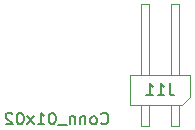
<source format=gbr>
G04 #@! TF.GenerationSoftware,KiCad,Pcbnew,7.0.11-7.0.11~ubuntu23.10.1*
G04 #@! TF.CreationDate,2024-06-17T23:23:06+02:00*
G04 #@! TF.ProjectId,Hardware_NanoPi_v7_ConnectorPlate,48617264-7761-4726-955f-4e616e6f5069,rev?*
G04 #@! TF.SameCoordinates,Original*
G04 #@! TF.FileFunction,AssemblyDrawing,Bot*
%FSLAX46Y46*%
G04 Gerber Fmt 4.6, Leading zero omitted, Abs format (unit mm)*
G04 Created by KiCad (PCBNEW 7.0.11-7.0.11~ubuntu23.10.1) date 2024-06-17 23:23:06*
%MOMM*%
%LPD*%
G01*
G04 APERTURE LIST*
%ADD10C,0.150000*%
%ADD11C,0.100000*%
G04 APERTURE END LIST*
D10*
X-2251905Y11640420D02*
X-2204286Y11592800D01*
X-2204286Y11592800D02*
X-2061429Y11545181D01*
X-2061429Y11545181D02*
X-1966191Y11545181D01*
X-1966191Y11545181D02*
X-1823334Y11592800D01*
X-1823334Y11592800D02*
X-1728096Y11688039D01*
X-1728096Y11688039D02*
X-1680477Y11783277D01*
X-1680477Y11783277D02*
X-1632858Y11973753D01*
X-1632858Y11973753D02*
X-1632858Y12116610D01*
X-1632858Y12116610D02*
X-1680477Y12307086D01*
X-1680477Y12307086D02*
X-1728096Y12402324D01*
X-1728096Y12402324D02*
X-1823334Y12497562D01*
X-1823334Y12497562D02*
X-1966191Y12545181D01*
X-1966191Y12545181D02*
X-2061429Y12545181D01*
X-2061429Y12545181D02*
X-2204286Y12497562D01*
X-2204286Y12497562D02*
X-2251905Y12449943D01*
X-2823334Y11545181D02*
X-2728096Y11592800D01*
X-2728096Y11592800D02*
X-2680477Y11640420D01*
X-2680477Y11640420D02*
X-2632858Y11735658D01*
X-2632858Y11735658D02*
X-2632858Y12021372D01*
X-2632858Y12021372D02*
X-2680477Y12116610D01*
X-2680477Y12116610D02*
X-2728096Y12164229D01*
X-2728096Y12164229D02*
X-2823334Y12211848D01*
X-2823334Y12211848D02*
X-2966191Y12211848D01*
X-2966191Y12211848D02*
X-3061429Y12164229D01*
X-3061429Y12164229D02*
X-3109048Y12116610D01*
X-3109048Y12116610D02*
X-3156667Y12021372D01*
X-3156667Y12021372D02*
X-3156667Y11735658D01*
X-3156667Y11735658D02*
X-3109048Y11640420D01*
X-3109048Y11640420D02*
X-3061429Y11592800D01*
X-3061429Y11592800D02*
X-2966191Y11545181D01*
X-2966191Y11545181D02*
X-2823334Y11545181D01*
X-3585239Y12211848D02*
X-3585239Y11545181D01*
X-3585239Y12116610D02*
X-3632858Y12164229D01*
X-3632858Y12164229D02*
X-3728096Y12211848D01*
X-3728096Y12211848D02*
X-3870953Y12211848D01*
X-3870953Y12211848D02*
X-3966191Y12164229D01*
X-3966191Y12164229D02*
X-4013810Y12068991D01*
X-4013810Y12068991D02*
X-4013810Y11545181D01*
X-4490001Y12211848D02*
X-4490001Y11545181D01*
X-4490001Y12116610D02*
X-4537620Y12164229D01*
X-4537620Y12164229D02*
X-4632858Y12211848D01*
X-4632858Y12211848D02*
X-4775715Y12211848D01*
X-4775715Y12211848D02*
X-4870953Y12164229D01*
X-4870953Y12164229D02*
X-4918572Y12068991D01*
X-4918572Y12068991D02*
X-4918572Y11545181D01*
X-5156667Y11449943D02*
X-5918572Y11449943D01*
X-6347144Y12545181D02*
X-6442382Y12545181D01*
X-6442382Y12545181D02*
X-6537620Y12497562D01*
X-6537620Y12497562D02*
X-6585239Y12449943D01*
X-6585239Y12449943D02*
X-6632858Y12354705D01*
X-6632858Y12354705D02*
X-6680477Y12164229D01*
X-6680477Y12164229D02*
X-6680477Y11926134D01*
X-6680477Y11926134D02*
X-6632858Y11735658D01*
X-6632858Y11735658D02*
X-6585239Y11640420D01*
X-6585239Y11640420D02*
X-6537620Y11592800D01*
X-6537620Y11592800D02*
X-6442382Y11545181D01*
X-6442382Y11545181D02*
X-6347144Y11545181D01*
X-6347144Y11545181D02*
X-6251906Y11592800D01*
X-6251906Y11592800D02*
X-6204287Y11640420D01*
X-6204287Y11640420D02*
X-6156668Y11735658D01*
X-6156668Y11735658D02*
X-6109049Y11926134D01*
X-6109049Y11926134D02*
X-6109049Y12164229D01*
X-6109049Y12164229D02*
X-6156668Y12354705D01*
X-6156668Y12354705D02*
X-6204287Y12449943D01*
X-6204287Y12449943D02*
X-6251906Y12497562D01*
X-6251906Y12497562D02*
X-6347144Y12545181D01*
X-7632858Y11545181D02*
X-7061430Y11545181D01*
X-7347144Y11545181D02*
X-7347144Y12545181D01*
X-7347144Y12545181D02*
X-7251906Y12402324D01*
X-7251906Y12402324D02*
X-7156668Y12307086D01*
X-7156668Y12307086D02*
X-7061430Y12259467D01*
X-7966192Y11545181D02*
X-8490001Y12211848D01*
X-7966192Y12211848D02*
X-8490001Y11545181D01*
X-9061430Y12545181D02*
X-9156668Y12545181D01*
X-9156668Y12545181D02*
X-9251906Y12497562D01*
X-9251906Y12497562D02*
X-9299525Y12449943D01*
X-9299525Y12449943D02*
X-9347144Y12354705D01*
X-9347144Y12354705D02*
X-9394763Y12164229D01*
X-9394763Y12164229D02*
X-9394763Y11926134D01*
X-9394763Y11926134D02*
X-9347144Y11735658D01*
X-9347144Y11735658D02*
X-9299525Y11640420D01*
X-9299525Y11640420D02*
X-9251906Y11592800D01*
X-9251906Y11592800D02*
X-9156668Y11545181D01*
X-9156668Y11545181D02*
X-9061430Y11545181D01*
X-9061430Y11545181D02*
X-8966192Y11592800D01*
X-8966192Y11592800D02*
X-8918573Y11640420D01*
X-8918573Y11640420D02*
X-8870954Y11735658D01*
X-8870954Y11735658D02*
X-8823335Y11926134D01*
X-8823335Y11926134D02*
X-8823335Y12164229D01*
X-8823335Y12164229D02*
X-8870954Y12354705D01*
X-8870954Y12354705D02*
X-8918573Y12449943D01*
X-8918573Y12449943D02*
X-8966192Y12497562D01*
X-8966192Y12497562D02*
X-9061430Y12545181D01*
X-9775716Y12449943D02*
X-9823335Y12497562D01*
X-9823335Y12497562D02*
X-9918573Y12545181D01*
X-9918573Y12545181D02*
X-10156668Y12545181D01*
X-10156668Y12545181D02*
X-10251906Y12497562D01*
X-10251906Y12497562D02*
X-10299525Y12449943D01*
X-10299525Y12449943D02*
X-10347144Y12354705D01*
X-10347144Y12354705D02*
X-10347144Y12259467D01*
X-10347144Y12259467D02*
X-10299525Y12116610D01*
X-10299525Y12116610D02*
X-9728097Y11545181D01*
X-9728097Y11545181D02*
X-10347144Y11545181D01*
X3539523Y15015181D02*
X3539523Y14300896D01*
X3539523Y14300896D02*
X3587142Y14158039D01*
X3587142Y14158039D02*
X3682380Y14062800D01*
X3682380Y14062800D02*
X3825237Y14015181D01*
X3825237Y14015181D02*
X3920475Y14015181D01*
X2539523Y14015181D02*
X3110951Y14015181D01*
X2825237Y14015181D02*
X2825237Y15015181D01*
X2825237Y15015181D02*
X2920475Y14872324D01*
X2920475Y14872324D02*
X3015713Y14777086D01*
X3015713Y14777086D02*
X3110951Y14729467D01*
X1587142Y14015181D02*
X2158570Y14015181D01*
X1872856Y14015181D02*
X1872856Y15015181D01*
X1872856Y15015181D02*
X1968094Y14872324D01*
X1968094Y14872324D02*
X2063332Y14777086D01*
X2063332Y14777086D02*
X2158570Y14729467D01*
D11*
G04 #@! TO.C,J11*
X1140000Y11380000D02*
X1140000Y13200000D01*
X1780000Y11380000D02*
X1140000Y11380000D01*
X1780000Y11380000D02*
X1780000Y13200000D01*
X3680000Y11380000D02*
X3680000Y13200000D01*
X4320000Y11380000D02*
X3680000Y11380000D01*
X4320000Y11380000D02*
X4320000Y13200000D01*
X190000Y13200000D02*
X4635000Y13200000D01*
X4635000Y13200000D02*
X5270000Y13835000D01*
X5270000Y13835000D02*
X5270000Y15740000D01*
X190000Y15740000D02*
X190000Y13200000D01*
X1140000Y15740000D02*
X1140000Y21740000D01*
X1780000Y15740000D02*
X1780000Y21740000D01*
X3680000Y15740000D02*
X3680000Y21740000D01*
X4320000Y15740000D02*
X4320000Y21740000D01*
X5270000Y15740000D02*
X190000Y15740000D01*
X1780000Y21740000D02*
X1140000Y21740000D01*
X4320000Y21740000D02*
X3680000Y21740000D01*
G04 #@! TD*
M02*

</source>
